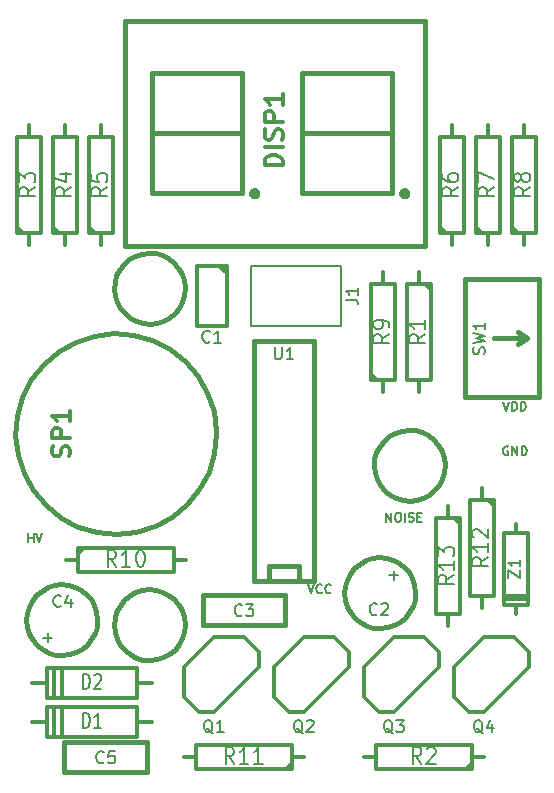
<source format=gto>
G04 (created by PCBNEW-RS274X (2011-05-25)-stable) date Sun 28 Jul 2013 21:18:55 BST*
G01*
G70*
G90*
%MOIN*%
G04 Gerber Fmt 3.4, Leading zero omitted, Abs format*
%FSLAX34Y34*%
G04 APERTURE LIST*
%ADD10C,0.006000*%
%ADD11C,0.015000*%
%ADD12C,0.012000*%
%ADD13C,0.008000*%
%ADD14C,0.007900*%
%ADD15C,0.007500*%
%ADD16C,0.005000*%
G04 APERTURE END LIST*
G54D10*
G54D11*
X16535Y-32086D02*
X16512Y-32315D01*
X16445Y-32536D01*
X16337Y-32739D01*
X16192Y-32918D01*
X16014Y-33065D01*
X15811Y-33174D01*
X15591Y-33242D01*
X15362Y-33266D01*
X15133Y-33246D01*
X14912Y-33181D01*
X14708Y-33074D01*
X14528Y-32929D01*
X14380Y-32753D01*
X14269Y-32551D01*
X14199Y-32331D01*
X14174Y-32102D01*
X14193Y-31873D01*
X14256Y-31652D01*
X14362Y-31447D01*
X14505Y-31266D01*
X14680Y-31117D01*
X14882Y-31004D01*
X15101Y-30933D01*
X15330Y-30906D01*
X15559Y-30923D01*
X15781Y-30985D01*
X15986Y-31089D01*
X16168Y-31231D01*
X16319Y-31406D01*
X16432Y-31606D01*
X16505Y-31825D01*
X16534Y-32054D01*
X16535Y-32086D01*
X25197Y-26771D02*
X25174Y-27000D01*
X25107Y-27221D01*
X24999Y-27424D01*
X24854Y-27603D01*
X24676Y-27750D01*
X24473Y-27859D01*
X24253Y-27927D01*
X24024Y-27951D01*
X23795Y-27931D01*
X23574Y-27866D01*
X23370Y-27759D01*
X23190Y-27614D01*
X23042Y-27438D01*
X22931Y-27236D01*
X22861Y-27016D01*
X22836Y-26787D01*
X22855Y-26558D01*
X22918Y-26337D01*
X23024Y-26132D01*
X23167Y-25951D01*
X23342Y-25802D01*
X23544Y-25689D01*
X23763Y-25618D01*
X23992Y-25591D01*
X24221Y-25608D01*
X24443Y-25670D01*
X24648Y-25774D01*
X24830Y-25916D01*
X24981Y-26091D01*
X25094Y-26291D01*
X25167Y-26510D01*
X25196Y-26739D01*
X25197Y-26771D01*
X16535Y-20866D02*
X16512Y-21095D01*
X16445Y-21316D01*
X16337Y-21519D01*
X16192Y-21698D01*
X16014Y-21845D01*
X15811Y-21954D01*
X15591Y-22022D01*
X15362Y-22046D01*
X15133Y-22026D01*
X14912Y-21961D01*
X14708Y-21854D01*
X14528Y-21709D01*
X14380Y-21533D01*
X14269Y-21331D01*
X14199Y-21111D01*
X14174Y-20882D01*
X14193Y-20653D01*
X14256Y-20432D01*
X14362Y-20227D01*
X14505Y-20046D01*
X14680Y-19897D01*
X14882Y-19784D01*
X15101Y-19713D01*
X15330Y-19686D01*
X15559Y-19703D01*
X15781Y-19765D01*
X15986Y-19869D01*
X16168Y-20011D01*
X16319Y-20186D01*
X16432Y-20386D01*
X16505Y-20605D01*
X16534Y-20834D01*
X16535Y-20866D01*
X26850Y-22520D02*
X27933Y-22520D01*
X27933Y-22520D02*
X27638Y-22717D01*
X27638Y-22717D02*
X27933Y-22520D01*
X27933Y-22520D02*
X27638Y-22323D01*
X27441Y-24489D02*
X28327Y-24489D01*
X28327Y-24489D02*
X28327Y-20551D01*
X28327Y-20551D02*
X25866Y-20551D01*
X25866Y-20551D02*
X25866Y-24489D01*
X25866Y-24489D02*
X27441Y-24489D01*
X24214Y-31017D02*
X24191Y-31246D01*
X24124Y-31467D01*
X24016Y-31670D01*
X23871Y-31849D01*
X23693Y-31996D01*
X23490Y-32105D01*
X23270Y-32173D01*
X23041Y-32197D01*
X22812Y-32177D01*
X22591Y-32112D01*
X22387Y-32005D01*
X22207Y-31860D01*
X22059Y-31684D01*
X21948Y-31482D01*
X21878Y-31262D01*
X21853Y-31033D01*
X21872Y-30804D01*
X21935Y-30583D01*
X22041Y-30378D01*
X22184Y-30197D01*
X22359Y-30048D01*
X22561Y-29935D01*
X22780Y-29864D01*
X23009Y-29837D01*
X23238Y-29854D01*
X23460Y-29916D01*
X23665Y-30020D01*
X23847Y-30162D01*
X23998Y-30337D01*
X24111Y-30537D01*
X24184Y-30756D01*
X24213Y-30985D01*
X24214Y-31017D01*
G54D12*
X26500Y-35000D02*
X28000Y-33500D01*
X28000Y-33500D02*
X28000Y-33000D01*
X28000Y-33000D02*
X27500Y-32500D01*
X27500Y-32500D02*
X26500Y-32500D01*
X26500Y-32500D02*
X25500Y-33500D01*
X25500Y-33500D02*
X25500Y-34500D01*
X25500Y-34500D02*
X26000Y-35000D01*
X26000Y-35000D02*
X26500Y-35000D01*
G54D11*
X23951Y-17701D02*
X23949Y-17720D01*
X23943Y-17739D01*
X23934Y-17756D01*
X23921Y-17771D01*
X23906Y-17783D01*
X23889Y-17793D01*
X23871Y-17798D01*
X23851Y-17800D01*
X23833Y-17799D01*
X23814Y-17793D01*
X23797Y-17784D01*
X23782Y-17772D01*
X23769Y-17757D01*
X23760Y-17740D01*
X23754Y-17721D01*
X23752Y-17702D01*
X23753Y-17683D01*
X23759Y-17665D01*
X23767Y-17647D01*
X23780Y-17632D01*
X23794Y-17619D01*
X23811Y-17610D01*
X23830Y-17604D01*
X23849Y-17602D01*
X23868Y-17603D01*
X23887Y-17608D01*
X23904Y-17617D01*
X23919Y-17629D01*
X23932Y-17644D01*
X23942Y-17661D01*
X23948Y-17679D01*
X23950Y-17699D01*
X23951Y-17701D01*
X18951Y-17701D02*
X18949Y-17720D01*
X18943Y-17739D01*
X18934Y-17756D01*
X18921Y-17771D01*
X18906Y-17783D01*
X18889Y-17793D01*
X18871Y-17798D01*
X18851Y-17800D01*
X18833Y-17799D01*
X18814Y-17793D01*
X18797Y-17784D01*
X18782Y-17772D01*
X18769Y-17757D01*
X18760Y-17740D01*
X18754Y-17721D01*
X18752Y-17702D01*
X18753Y-17683D01*
X18759Y-17665D01*
X18767Y-17647D01*
X18780Y-17632D01*
X18794Y-17619D01*
X18811Y-17610D01*
X18830Y-17604D01*
X18849Y-17602D01*
X18868Y-17603D01*
X18887Y-17608D01*
X18904Y-17617D01*
X18919Y-17629D01*
X18932Y-17644D01*
X18942Y-17661D01*
X18948Y-17679D01*
X18950Y-17699D01*
X18951Y-17701D01*
X20451Y-13701D02*
X23451Y-13701D01*
X23451Y-13701D02*
X23451Y-17701D01*
X23451Y-17701D02*
X20451Y-17701D01*
X20451Y-17701D02*
X20451Y-13701D01*
X20451Y-13701D02*
X20451Y-15701D01*
X20451Y-15701D02*
X23451Y-15701D01*
X15451Y-13701D02*
X18451Y-13701D01*
X18451Y-13701D02*
X18451Y-15701D01*
X18451Y-15701D02*
X18451Y-17701D01*
X18451Y-17701D02*
X15451Y-17701D01*
X15451Y-17701D02*
X15451Y-15701D01*
X15451Y-15701D02*
X15451Y-13701D01*
X15451Y-13701D02*
X15451Y-15701D01*
X15451Y-15701D02*
X18451Y-15701D01*
X14551Y-11951D02*
X24551Y-11951D01*
X24551Y-11951D02*
X24551Y-19451D01*
X24551Y-19451D02*
X14551Y-19451D01*
X14551Y-19451D02*
X14551Y-11951D01*
X18833Y-30617D02*
X18833Y-22617D01*
X20833Y-22617D02*
X20833Y-30617D01*
X20833Y-30617D02*
X18833Y-30617D01*
X19333Y-30617D02*
X19333Y-30117D01*
X19333Y-30117D02*
X20333Y-30117D01*
X20333Y-30117D02*
X20333Y-30617D01*
X18833Y-22617D02*
X20833Y-22617D01*
G54D13*
X21733Y-22117D02*
X18733Y-22117D01*
X18733Y-20117D02*
X21733Y-20117D01*
X21733Y-20117D02*
X21733Y-22117D01*
X18733Y-22117D02*
X18733Y-20117D01*
G54D12*
X23500Y-35000D02*
X25000Y-33500D01*
X25000Y-33500D02*
X25000Y-33000D01*
X25000Y-33000D02*
X24500Y-32500D01*
X24500Y-32500D02*
X23500Y-32500D01*
X23500Y-32500D02*
X22500Y-33500D01*
X22500Y-33500D02*
X22500Y-34500D01*
X22500Y-34500D02*
X23000Y-35000D01*
X23000Y-35000D02*
X23500Y-35000D01*
X20500Y-35000D02*
X22000Y-33500D01*
X22000Y-33500D02*
X22000Y-33000D01*
X22000Y-33000D02*
X21500Y-32500D01*
X21500Y-32500D02*
X20500Y-32500D01*
X20500Y-32500D02*
X19500Y-33500D01*
X19500Y-33500D02*
X19500Y-34500D01*
X19500Y-34500D02*
X20000Y-35000D01*
X20000Y-35000D02*
X20500Y-35000D01*
X17500Y-35000D02*
X19000Y-33500D01*
X19000Y-33500D02*
X19000Y-33000D01*
X19000Y-33000D02*
X18500Y-32500D01*
X18500Y-32500D02*
X17500Y-32500D01*
X17500Y-32500D02*
X16500Y-33500D01*
X16500Y-33500D02*
X16500Y-34500D01*
X16500Y-34500D02*
X17000Y-35000D01*
X17000Y-35000D02*
X17500Y-35000D01*
X27559Y-31716D02*
X27559Y-31416D01*
X27559Y-31416D02*
X27959Y-31416D01*
X27959Y-31416D02*
X27959Y-29016D01*
X27959Y-29016D02*
X27559Y-29016D01*
X27559Y-29016D02*
X27559Y-28716D01*
X27559Y-29016D02*
X27159Y-29016D01*
X27159Y-29016D02*
X27159Y-31416D01*
X27159Y-31416D02*
X27559Y-31416D01*
X27959Y-31216D02*
X27159Y-31216D01*
X27159Y-31116D02*
X27959Y-31116D01*
G54D11*
X13614Y-31917D02*
X13591Y-32146D01*
X13524Y-32367D01*
X13416Y-32570D01*
X13271Y-32749D01*
X13093Y-32896D01*
X12890Y-33005D01*
X12670Y-33073D01*
X12441Y-33097D01*
X12212Y-33077D01*
X11991Y-33012D01*
X11787Y-32905D01*
X11607Y-32760D01*
X11459Y-32584D01*
X11348Y-32382D01*
X11278Y-32162D01*
X11253Y-31933D01*
X11272Y-31704D01*
X11335Y-31483D01*
X11441Y-31278D01*
X11584Y-31097D01*
X11759Y-30948D01*
X11961Y-30835D01*
X12180Y-30764D01*
X12409Y-30737D01*
X12638Y-30754D01*
X12860Y-30816D01*
X13065Y-30920D01*
X13247Y-31062D01*
X13398Y-31237D01*
X13511Y-31437D01*
X13584Y-31656D01*
X13613Y-31885D01*
X13614Y-31917D01*
X17126Y-31102D02*
X19882Y-31102D01*
X19882Y-31102D02*
X19882Y-32086D01*
X19882Y-32086D02*
X17126Y-32086D01*
X17126Y-32086D02*
X17126Y-31102D01*
X15276Y-36988D02*
X12520Y-36988D01*
X12520Y-36988D02*
X12520Y-36004D01*
X12520Y-36004D02*
X15276Y-36004D01*
X15276Y-36004D02*
X15276Y-36988D01*
G54D12*
X17933Y-20137D02*
X17933Y-22117D01*
X17933Y-22117D02*
X16933Y-22117D01*
X16933Y-22117D02*
X16933Y-20117D01*
X16933Y-20117D02*
X17933Y-20117D01*
X17683Y-20117D02*
X17933Y-20367D01*
G54D11*
X17579Y-25717D02*
X17515Y-26366D01*
X17326Y-26992D01*
X17019Y-27568D01*
X16607Y-28074D01*
X16104Y-28490D01*
X15529Y-28801D01*
X14905Y-28994D01*
X14256Y-29062D01*
X13607Y-29003D01*
X12980Y-28819D01*
X12401Y-28516D01*
X11892Y-28107D01*
X11473Y-27607D01*
X11158Y-27035D01*
X10961Y-26412D01*
X10888Y-25763D01*
X10942Y-25113D01*
X11122Y-24486D01*
X11421Y-23905D01*
X11827Y-23393D01*
X12324Y-22970D01*
X12894Y-22651D01*
X13515Y-22450D01*
X14163Y-22372D01*
X14814Y-22422D01*
X15442Y-22598D01*
X16025Y-22892D01*
X16540Y-23294D01*
X16967Y-23789D01*
X17289Y-24357D01*
X17495Y-24976D01*
X17577Y-25624D01*
X17579Y-25717D01*
G54D12*
X14933Y-35817D02*
X11933Y-35817D01*
X11933Y-35817D02*
X11933Y-34817D01*
X11933Y-34817D02*
X14933Y-34817D01*
X14933Y-34817D02*
X14933Y-35817D01*
X12183Y-35817D02*
X12183Y-34817D01*
X12433Y-34817D02*
X12433Y-35817D01*
X14933Y-35317D02*
X15433Y-35317D01*
X11933Y-35317D02*
X11433Y-35317D01*
X14933Y-34517D02*
X11933Y-34517D01*
X11933Y-34517D02*
X11933Y-33517D01*
X11933Y-33517D02*
X14933Y-33517D01*
X14933Y-33517D02*
X14933Y-34517D01*
X12183Y-34517D02*
X12183Y-33517D01*
X12433Y-33517D02*
X12433Y-34517D01*
X14933Y-34017D02*
X15433Y-34017D01*
X11933Y-34017D02*
X11433Y-34017D01*
X24333Y-20317D02*
X24333Y-20717D01*
X24333Y-20717D02*
X24733Y-20717D01*
X24733Y-20717D02*
X24733Y-23917D01*
X24733Y-23917D02*
X23933Y-23917D01*
X23933Y-23917D02*
X23933Y-20717D01*
X23933Y-20717D02*
X24333Y-20717D01*
X24533Y-20717D02*
X24733Y-20917D01*
X24333Y-24317D02*
X24333Y-23917D01*
X26500Y-36500D02*
X26100Y-36500D01*
X26100Y-36500D02*
X26100Y-36900D01*
X26100Y-36900D02*
X22900Y-36900D01*
X22900Y-36900D02*
X22900Y-36100D01*
X22900Y-36100D02*
X26100Y-36100D01*
X26100Y-36100D02*
X26100Y-36500D01*
X26100Y-36700D02*
X25900Y-36900D01*
X22500Y-36500D02*
X22900Y-36500D01*
X11333Y-19417D02*
X11333Y-19017D01*
X11333Y-19017D02*
X10933Y-19017D01*
X10933Y-19017D02*
X10933Y-15817D01*
X10933Y-15817D02*
X11733Y-15817D01*
X11733Y-15817D02*
X11733Y-19017D01*
X11733Y-19017D02*
X11333Y-19017D01*
X11133Y-19017D02*
X10933Y-18817D01*
X11333Y-15417D02*
X11333Y-15817D01*
X12533Y-19417D02*
X12533Y-19017D01*
X12533Y-19017D02*
X12133Y-19017D01*
X12133Y-19017D02*
X12133Y-15817D01*
X12133Y-15817D02*
X12933Y-15817D01*
X12933Y-15817D02*
X12933Y-19017D01*
X12933Y-19017D02*
X12533Y-19017D01*
X12333Y-19017D02*
X12133Y-18817D01*
X12533Y-15417D02*
X12533Y-15817D01*
X13733Y-19417D02*
X13733Y-19017D01*
X13733Y-19017D02*
X13333Y-19017D01*
X13333Y-19017D02*
X13333Y-15817D01*
X13333Y-15817D02*
X14133Y-15817D01*
X14133Y-15817D02*
X14133Y-19017D01*
X14133Y-19017D02*
X13733Y-19017D01*
X13533Y-19017D02*
X13333Y-18817D01*
X13733Y-15417D02*
X13733Y-15817D01*
X25433Y-19417D02*
X25433Y-19017D01*
X25433Y-19017D02*
X25033Y-19017D01*
X25033Y-19017D02*
X25033Y-15817D01*
X25033Y-15817D02*
X25833Y-15817D01*
X25833Y-15817D02*
X25833Y-19017D01*
X25833Y-19017D02*
X25433Y-19017D01*
X25233Y-19017D02*
X25033Y-18817D01*
X25433Y-15417D02*
X25433Y-15817D01*
X26633Y-19417D02*
X26633Y-19017D01*
X26633Y-19017D02*
X26233Y-19017D01*
X26233Y-19017D02*
X26233Y-15817D01*
X26233Y-15817D02*
X27033Y-15817D01*
X27033Y-15817D02*
X27033Y-19017D01*
X27033Y-19017D02*
X26633Y-19017D01*
X26433Y-19017D02*
X26233Y-18817D01*
X26633Y-15417D02*
X26633Y-15817D01*
X27833Y-19417D02*
X27833Y-19017D01*
X27833Y-19017D02*
X27433Y-19017D01*
X27433Y-19017D02*
X27433Y-15817D01*
X27433Y-15817D02*
X28233Y-15817D01*
X28233Y-15817D02*
X28233Y-19017D01*
X28233Y-19017D02*
X27833Y-19017D01*
X27633Y-19017D02*
X27433Y-18817D01*
X27833Y-15417D02*
X27833Y-15817D01*
X23133Y-24317D02*
X23133Y-23917D01*
X23133Y-23917D02*
X22733Y-23917D01*
X22733Y-23917D02*
X22733Y-20717D01*
X22733Y-20717D02*
X23533Y-20717D01*
X23533Y-20717D02*
X23533Y-23917D01*
X23533Y-23917D02*
X23133Y-23917D01*
X22933Y-23917D02*
X22733Y-23717D01*
X23133Y-20317D02*
X23133Y-20717D01*
X12567Y-29921D02*
X12967Y-29921D01*
X12967Y-29921D02*
X12967Y-29521D01*
X12967Y-29521D02*
X16167Y-29521D01*
X16167Y-29521D02*
X16167Y-30321D01*
X16167Y-30321D02*
X12967Y-30321D01*
X12967Y-30321D02*
X12967Y-29921D01*
X12967Y-29721D02*
X13167Y-29521D01*
X16567Y-29921D02*
X16167Y-29921D01*
X20500Y-36500D02*
X20100Y-36500D01*
X20100Y-36500D02*
X20100Y-36900D01*
X20100Y-36900D02*
X16900Y-36900D01*
X16900Y-36900D02*
X16900Y-36100D01*
X16900Y-36100D02*
X20100Y-36100D01*
X20100Y-36100D02*
X20100Y-36500D01*
X20100Y-36700D02*
X19900Y-36900D01*
X16500Y-36500D02*
X16900Y-36500D01*
X26433Y-27517D02*
X26433Y-27917D01*
X26433Y-27917D02*
X26833Y-27917D01*
X26833Y-27917D02*
X26833Y-31117D01*
X26833Y-31117D02*
X26033Y-31117D01*
X26033Y-31117D02*
X26033Y-27917D01*
X26033Y-27917D02*
X26433Y-27917D01*
X26633Y-27917D02*
X26833Y-28117D01*
X26433Y-31517D02*
X26433Y-31117D01*
X25295Y-28118D02*
X25295Y-28518D01*
X25295Y-28518D02*
X25695Y-28518D01*
X25695Y-28518D02*
X25695Y-31718D01*
X25695Y-31718D02*
X24895Y-31718D01*
X24895Y-31718D02*
X24895Y-28518D01*
X24895Y-28518D02*
X25295Y-28518D01*
X25495Y-28518D02*
X25695Y-28718D01*
X25295Y-32118D02*
X25295Y-31718D01*
G54D14*
X26519Y-23064D02*
X26537Y-23008D01*
X26537Y-22914D01*
X26519Y-22876D01*
X26500Y-22858D01*
X26462Y-22839D01*
X26425Y-22839D01*
X26387Y-22858D01*
X26369Y-22876D01*
X26350Y-22914D01*
X26331Y-22989D01*
X26312Y-23026D01*
X26294Y-23045D01*
X26256Y-23064D01*
X26219Y-23064D01*
X26181Y-23045D01*
X26162Y-23026D01*
X26143Y-22989D01*
X26143Y-22895D01*
X26162Y-22839D01*
X26143Y-22708D02*
X26537Y-22614D01*
X26256Y-22539D01*
X26537Y-22464D01*
X26143Y-22370D01*
X26537Y-22014D02*
X26537Y-22239D01*
X26537Y-22126D02*
X26143Y-22126D01*
X26200Y-22164D01*
X26237Y-22201D01*
X26256Y-22239D01*
X22937Y-31726D02*
X22918Y-31745D01*
X22862Y-31763D01*
X22824Y-31763D01*
X22768Y-31745D01*
X22731Y-31707D01*
X22712Y-31670D01*
X22693Y-31595D01*
X22693Y-31538D01*
X22712Y-31463D01*
X22731Y-31426D01*
X22768Y-31388D01*
X22824Y-31369D01*
X22862Y-31369D01*
X22918Y-31388D01*
X22937Y-31407D01*
X23087Y-31407D02*
X23106Y-31388D01*
X23143Y-31369D01*
X23237Y-31369D01*
X23275Y-31388D01*
X23293Y-31407D01*
X23312Y-31445D01*
X23312Y-31482D01*
X23293Y-31538D01*
X23068Y-31763D01*
X23312Y-31763D01*
G54D15*
X23344Y-30432D02*
X23644Y-30432D01*
X23494Y-30582D02*
X23494Y-30282D01*
G54D13*
X26462Y-35700D02*
X26424Y-35681D01*
X26386Y-35643D01*
X26329Y-35586D01*
X26290Y-35567D01*
X26252Y-35567D01*
X26271Y-35662D02*
X26233Y-35643D01*
X26195Y-35605D01*
X26176Y-35529D01*
X26176Y-35395D01*
X26195Y-35319D01*
X26233Y-35281D01*
X26271Y-35262D01*
X26348Y-35262D01*
X26386Y-35281D01*
X26424Y-35319D01*
X26443Y-35395D01*
X26443Y-35529D01*
X26424Y-35605D01*
X26386Y-35643D01*
X26348Y-35662D01*
X26271Y-35662D01*
X26786Y-35395D02*
X26786Y-35662D01*
X26690Y-35243D02*
X26595Y-35529D01*
X26843Y-35529D01*
G54D12*
X19794Y-16772D02*
X19194Y-16772D01*
X19194Y-16629D01*
X19222Y-16544D01*
X19280Y-16486D01*
X19337Y-16458D01*
X19451Y-16429D01*
X19537Y-16429D01*
X19651Y-16458D01*
X19708Y-16486D01*
X19765Y-16544D01*
X19794Y-16629D01*
X19794Y-16772D01*
X19794Y-16172D02*
X19194Y-16172D01*
X19765Y-15915D02*
X19794Y-15829D01*
X19794Y-15686D01*
X19765Y-15629D01*
X19737Y-15600D01*
X19680Y-15572D01*
X19622Y-15572D01*
X19565Y-15600D01*
X19537Y-15629D01*
X19508Y-15686D01*
X19480Y-15800D01*
X19451Y-15858D01*
X19422Y-15886D01*
X19365Y-15915D01*
X19308Y-15915D01*
X19251Y-15886D01*
X19222Y-15858D01*
X19194Y-15800D01*
X19194Y-15658D01*
X19222Y-15572D01*
X19794Y-15315D02*
X19194Y-15315D01*
X19194Y-15087D01*
X19222Y-15029D01*
X19251Y-15001D01*
X19308Y-14972D01*
X19394Y-14972D01*
X19451Y-15001D01*
X19480Y-15029D01*
X19508Y-15087D01*
X19508Y-15315D01*
X19794Y-14401D02*
X19794Y-14744D01*
X19794Y-14572D02*
X19194Y-14572D01*
X19280Y-14629D01*
X19337Y-14687D01*
X19365Y-14744D01*
G54D14*
X19533Y-22839D02*
X19533Y-23158D01*
X19552Y-23196D01*
X19570Y-23215D01*
X19608Y-23233D01*
X19683Y-23233D01*
X19720Y-23215D01*
X19739Y-23196D01*
X19758Y-23158D01*
X19758Y-22839D01*
X20152Y-23233D02*
X19927Y-23233D01*
X20040Y-23233D02*
X20040Y-22839D01*
X20002Y-22896D01*
X19965Y-22933D01*
X19927Y-22952D01*
G54D13*
X21895Y-21250D02*
X22181Y-21250D01*
X22238Y-21270D01*
X22276Y-21308D01*
X22295Y-21365D01*
X22295Y-21403D01*
X22295Y-20850D02*
X22295Y-21079D01*
X22295Y-20965D02*
X21895Y-20965D01*
X21952Y-21003D01*
X21990Y-21041D01*
X22009Y-21079D01*
X23462Y-35700D02*
X23424Y-35681D01*
X23386Y-35643D01*
X23329Y-35586D01*
X23290Y-35567D01*
X23252Y-35567D01*
X23271Y-35662D02*
X23233Y-35643D01*
X23195Y-35605D01*
X23176Y-35529D01*
X23176Y-35395D01*
X23195Y-35319D01*
X23233Y-35281D01*
X23271Y-35262D01*
X23348Y-35262D01*
X23386Y-35281D01*
X23424Y-35319D01*
X23443Y-35395D01*
X23443Y-35529D01*
X23424Y-35605D01*
X23386Y-35643D01*
X23348Y-35662D01*
X23271Y-35662D01*
X23576Y-35262D02*
X23824Y-35262D01*
X23690Y-35414D01*
X23748Y-35414D01*
X23786Y-35433D01*
X23805Y-35452D01*
X23824Y-35490D01*
X23824Y-35586D01*
X23805Y-35624D01*
X23786Y-35643D01*
X23748Y-35662D01*
X23633Y-35662D01*
X23595Y-35643D01*
X23576Y-35624D01*
X20462Y-35700D02*
X20424Y-35681D01*
X20386Y-35643D01*
X20329Y-35586D01*
X20290Y-35567D01*
X20252Y-35567D01*
X20271Y-35662D02*
X20233Y-35643D01*
X20195Y-35605D01*
X20176Y-35529D01*
X20176Y-35395D01*
X20195Y-35319D01*
X20233Y-35281D01*
X20271Y-35262D01*
X20348Y-35262D01*
X20386Y-35281D01*
X20424Y-35319D01*
X20443Y-35395D01*
X20443Y-35529D01*
X20424Y-35605D01*
X20386Y-35643D01*
X20348Y-35662D01*
X20271Y-35662D01*
X20595Y-35300D02*
X20614Y-35281D01*
X20652Y-35262D01*
X20748Y-35262D01*
X20786Y-35281D01*
X20805Y-35300D01*
X20824Y-35338D01*
X20824Y-35376D01*
X20805Y-35433D01*
X20576Y-35662D01*
X20824Y-35662D01*
X17462Y-35700D02*
X17424Y-35681D01*
X17386Y-35643D01*
X17329Y-35586D01*
X17290Y-35567D01*
X17252Y-35567D01*
X17271Y-35662D02*
X17233Y-35643D01*
X17195Y-35605D01*
X17176Y-35529D01*
X17176Y-35395D01*
X17195Y-35319D01*
X17233Y-35281D01*
X17271Y-35262D01*
X17348Y-35262D01*
X17386Y-35281D01*
X17424Y-35319D01*
X17443Y-35395D01*
X17443Y-35529D01*
X17424Y-35605D01*
X17386Y-35643D01*
X17348Y-35662D01*
X17271Y-35662D01*
X17824Y-35662D02*
X17595Y-35662D01*
X17709Y-35662D02*
X17709Y-35262D01*
X17671Y-35319D01*
X17633Y-35357D01*
X17595Y-35376D01*
X27321Y-30540D02*
X27321Y-30273D01*
X27721Y-30540D01*
X27721Y-30273D01*
X27721Y-29911D02*
X27721Y-30140D01*
X27721Y-30026D02*
X27321Y-30026D01*
X27378Y-30064D01*
X27416Y-30102D01*
X27435Y-30140D01*
G54D14*
X12399Y-31452D02*
X12380Y-31471D01*
X12324Y-31489D01*
X12286Y-31489D01*
X12230Y-31471D01*
X12193Y-31433D01*
X12174Y-31396D01*
X12155Y-31321D01*
X12155Y-31264D01*
X12174Y-31189D01*
X12193Y-31152D01*
X12230Y-31114D01*
X12286Y-31095D01*
X12324Y-31095D01*
X12380Y-31114D01*
X12399Y-31133D01*
X12737Y-31227D02*
X12737Y-31489D01*
X12643Y-31077D02*
X12549Y-31358D01*
X12793Y-31358D01*
G54D15*
X11822Y-32520D02*
X12122Y-32520D01*
X11972Y-32670D02*
X11972Y-32370D01*
G54D13*
X18438Y-31758D02*
X18419Y-31777D01*
X18362Y-31796D01*
X18324Y-31796D01*
X18266Y-31777D01*
X18228Y-31739D01*
X18209Y-31701D01*
X18190Y-31624D01*
X18190Y-31567D01*
X18209Y-31491D01*
X18228Y-31453D01*
X18266Y-31415D01*
X18324Y-31396D01*
X18362Y-31396D01*
X18419Y-31415D01*
X18438Y-31434D01*
X18571Y-31396D02*
X18819Y-31396D01*
X18685Y-31548D01*
X18743Y-31548D01*
X18781Y-31567D01*
X18800Y-31586D01*
X18819Y-31624D01*
X18819Y-31720D01*
X18800Y-31758D01*
X18781Y-31777D01*
X18743Y-31796D01*
X18628Y-31796D01*
X18590Y-31777D01*
X18571Y-31758D01*
X13832Y-36660D02*
X13813Y-36679D01*
X13756Y-36698D01*
X13718Y-36698D01*
X13660Y-36679D01*
X13622Y-36641D01*
X13603Y-36603D01*
X13584Y-36526D01*
X13584Y-36469D01*
X13603Y-36393D01*
X13622Y-36355D01*
X13660Y-36317D01*
X13718Y-36298D01*
X13756Y-36298D01*
X13813Y-36317D01*
X13832Y-36336D01*
X14194Y-36298D02*
X14003Y-36298D01*
X13984Y-36488D01*
X14003Y-36469D01*
X14041Y-36450D01*
X14137Y-36450D01*
X14175Y-36469D01*
X14194Y-36488D01*
X14213Y-36526D01*
X14213Y-36622D01*
X14194Y-36660D01*
X14175Y-36679D01*
X14137Y-36698D01*
X14041Y-36698D01*
X14003Y-36679D01*
X13984Y-36660D01*
G54D16*
X20640Y-30741D02*
X20738Y-31036D01*
X20837Y-30741D01*
X21104Y-31008D02*
X21090Y-31022D01*
X21048Y-31036D01*
X21020Y-31036D01*
X20977Y-31022D01*
X20949Y-30994D01*
X20935Y-30966D01*
X20921Y-30909D01*
X20921Y-30867D01*
X20935Y-30811D01*
X20949Y-30783D01*
X20977Y-30755D01*
X21020Y-30741D01*
X21048Y-30741D01*
X21090Y-30755D01*
X21104Y-30769D01*
X21399Y-31008D02*
X21385Y-31022D01*
X21343Y-31036D01*
X21315Y-31036D01*
X21272Y-31022D01*
X21244Y-30994D01*
X21230Y-30966D01*
X21216Y-30909D01*
X21216Y-30867D01*
X21230Y-30811D01*
X21244Y-30783D01*
X21272Y-30755D01*
X21315Y-30741D01*
X21343Y-30741D01*
X21385Y-30755D01*
X21399Y-30769D01*
X27140Y-24652D02*
X27238Y-24947D01*
X27337Y-24652D01*
X27435Y-24947D02*
X27435Y-24652D01*
X27505Y-24652D01*
X27548Y-24666D01*
X27576Y-24694D01*
X27590Y-24722D01*
X27604Y-24778D01*
X27604Y-24820D01*
X27590Y-24877D01*
X27576Y-24905D01*
X27548Y-24933D01*
X27505Y-24947D01*
X27435Y-24947D01*
X27730Y-24947D02*
X27730Y-24652D01*
X27800Y-24652D01*
X27843Y-24666D01*
X27871Y-24694D01*
X27885Y-24722D01*
X27899Y-24778D01*
X27899Y-24820D01*
X27885Y-24877D01*
X27871Y-24905D01*
X27843Y-24933D01*
X27800Y-24947D01*
X27730Y-24947D01*
X23250Y-28647D02*
X23250Y-28352D01*
X23419Y-28647D01*
X23419Y-28352D01*
X23615Y-28352D02*
X23672Y-28352D01*
X23700Y-28366D01*
X23728Y-28394D01*
X23742Y-28450D01*
X23742Y-28549D01*
X23728Y-28605D01*
X23700Y-28633D01*
X23672Y-28647D01*
X23615Y-28647D01*
X23587Y-28633D01*
X23559Y-28605D01*
X23545Y-28549D01*
X23545Y-28450D01*
X23559Y-28394D01*
X23587Y-28366D01*
X23615Y-28352D01*
X23868Y-28647D02*
X23868Y-28352D01*
X23994Y-28633D02*
X24036Y-28647D01*
X24107Y-28647D01*
X24135Y-28633D01*
X24149Y-28619D01*
X24163Y-28591D01*
X24163Y-28563D01*
X24149Y-28535D01*
X24135Y-28520D01*
X24107Y-28506D01*
X24050Y-28492D01*
X24022Y-28478D01*
X24008Y-28464D01*
X23994Y-28436D01*
X23994Y-28408D01*
X24008Y-28380D01*
X24022Y-28366D01*
X24050Y-28352D01*
X24121Y-28352D01*
X24163Y-28366D01*
X24289Y-28492D02*
X24388Y-28492D01*
X24430Y-28647D02*
X24289Y-28647D01*
X24289Y-28352D01*
X24430Y-28352D01*
X27309Y-26155D02*
X27281Y-26141D01*
X27239Y-26141D01*
X27196Y-26155D01*
X27168Y-26183D01*
X27154Y-26211D01*
X27140Y-26267D01*
X27140Y-26309D01*
X27154Y-26366D01*
X27168Y-26394D01*
X27196Y-26422D01*
X27239Y-26436D01*
X27267Y-26436D01*
X27309Y-26422D01*
X27323Y-26408D01*
X27323Y-26309D01*
X27267Y-26309D01*
X27449Y-26436D02*
X27449Y-26141D01*
X27618Y-26436D01*
X27618Y-26141D01*
X27758Y-26436D02*
X27758Y-26141D01*
X27828Y-26141D01*
X27871Y-26155D01*
X27899Y-26183D01*
X27913Y-26211D01*
X27927Y-26267D01*
X27927Y-26309D01*
X27913Y-26366D01*
X27899Y-26394D01*
X27871Y-26422D01*
X27828Y-26436D01*
X27758Y-26436D01*
X11322Y-29336D02*
X11322Y-29041D01*
X11322Y-29181D02*
X11491Y-29181D01*
X11491Y-29336D02*
X11491Y-29041D01*
X11589Y-29041D02*
X11687Y-29336D01*
X11786Y-29041D01*
G54D13*
X17367Y-22641D02*
X17348Y-22660D01*
X17291Y-22679D01*
X17253Y-22679D01*
X17195Y-22660D01*
X17157Y-22622D01*
X17138Y-22584D01*
X17119Y-22507D01*
X17119Y-22450D01*
X17138Y-22374D01*
X17157Y-22336D01*
X17195Y-22298D01*
X17253Y-22279D01*
X17291Y-22279D01*
X17348Y-22298D01*
X17367Y-22317D01*
X17748Y-22679D02*
X17519Y-22679D01*
X17633Y-22679D02*
X17633Y-22279D01*
X17595Y-22336D01*
X17557Y-22374D01*
X17519Y-22393D01*
G54D12*
X12675Y-26474D02*
X12704Y-26388D01*
X12704Y-26245D01*
X12675Y-26188D01*
X12647Y-26159D01*
X12590Y-26131D01*
X12532Y-26131D01*
X12475Y-26159D01*
X12447Y-26188D01*
X12418Y-26245D01*
X12390Y-26359D01*
X12361Y-26417D01*
X12332Y-26445D01*
X12275Y-26474D01*
X12218Y-26474D01*
X12161Y-26445D01*
X12132Y-26417D01*
X12104Y-26359D01*
X12104Y-26217D01*
X12132Y-26131D01*
X12704Y-25874D02*
X12104Y-25874D01*
X12104Y-25646D01*
X12132Y-25588D01*
X12161Y-25560D01*
X12218Y-25531D01*
X12304Y-25531D01*
X12361Y-25560D01*
X12390Y-25588D01*
X12418Y-25646D01*
X12418Y-25874D01*
X12704Y-24960D02*
X12704Y-25303D01*
X12704Y-25131D02*
X12104Y-25131D01*
X12190Y-25188D01*
X12247Y-25246D01*
X12275Y-25303D01*
G54D13*
X13138Y-35519D02*
X13138Y-35019D01*
X13233Y-35019D01*
X13291Y-35043D01*
X13329Y-35091D01*
X13348Y-35138D01*
X13367Y-35234D01*
X13367Y-35305D01*
X13348Y-35400D01*
X13329Y-35448D01*
X13291Y-35496D01*
X13233Y-35519D01*
X13138Y-35519D01*
X13748Y-35519D02*
X13519Y-35519D01*
X13633Y-35519D02*
X13633Y-35019D01*
X13595Y-35091D01*
X13557Y-35138D01*
X13519Y-35162D01*
X13138Y-34219D02*
X13138Y-33719D01*
X13233Y-33719D01*
X13291Y-33743D01*
X13329Y-33791D01*
X13348Y-33838D01*
X13367Y-33934D01*
X13367Y-34005D01*
X13348Y-34100D01*
X13329Y-34148D01*
X13291Y-34196D01*
X13233Y-34219D01*
X13138Y-34219D01*
X13519Y-33767D02*
X13538Y-33743D01*
X13576Y-33719D01*
X13672Y-33719D01*
X13710Y-33743D01*
X13729Y-33767D01*
X13748Y-33815D01*
X13748Y-33862D01*
X13729Y-33934D01*
X13500Y-34219D01*
X13748Y-34219D01*
X24556Y-22400D02*
X24294Y-22567D01*
X24556Y-22686D02*
X24006Y-22686D01*
X24006Y-22495D01*
X24032Y-22448D01*
X24058Y-22424D01*
X24110Y-22400D01*
X24189Y-22400D01*
X24241Y-22424D01*
X24268Y-22448D01*
X24294Y-22495D01*
X24294Y-22686D01*
X24556Y-21924D02*
X24556Y-22210D01*
X24556Y-22067D02*
X24006Y-22067D01*
X24084Y-22115D01*
X24137Y-22162D01*
X24163Y-22210D01*
X24417Y-36723D02*
X24250Y-36461D01*
X24131Y-36723D02*
X24131Y-36173D01*
X24322Y-36173D01*
X24369Y-36199D01*
X24393Y-36225D01*
X24417Y-36277D01*
X24417Y-36356D01*
X24393Y-36408D01*
X24369Y-36435D01*
X24322Y-36461D01*
X24131Y-36461D01*
X24607Y-36225D02*
X24631Y-36199D01*
X24679Y-36173D01*
X24798Y-36173D01*
X24845Y-36199D01*
X24869Y-36225D01*
X24893Y-36277D01*
X24893Y-36330D01*
X24869Y-36408D01*
X24583Y-36723D01*
X24893Y-36723D01*
X11556Y-17500D02*
X11294Y-17667D01*
X11556Y-17786D02*
X11006Y-17786D01*
X11006Y-17595D01*
X11032Y-17548D01*
X11058Y-17524D01*
X11110Y-17500D01*
X11189Y-17500D01*
X11241Y-17524D01*
X11268Y-17548D01*
X11294Y-17595D01*
X11294Y-17786D01*
X11006Y-17334D02*
X11006Y-17024D01*
X11215Y-17191D01*
X11215Y-17119D01*
X11241Y-17072D01*
X11268Y-17048D01*
X11320Y-17024D01*
X11451Y-17024D01*
X11503Y-17048D01*
X11529Y-17072D01*
X11556Y-17119D01*
X11556Y-17262D01*
X11529Y-17310D01*
X11503Y-17334D01*
X12756Y-17500D02*
X12494Y-17667D01*
X12756Y-17786D02*
X12206Y-17786D01*
X12206Y-17595D01*
X12232Y-17548D01*
X12258Y-17524D01*
X12310Y-17500D01*
X12389Y-17500D01*
X12441Y-17524D01*
X12468Y-17548D01*
X12494Y-17595D01*
X12494Y-17786D01*
X12389Y-17072D02*
X12756Y-17072D01*
X12179Y-17191D02*
X12572Y-17310D01*
X12572Y-17000D01*
X13956Y-17500D02*
X13694Y-17667D01*
X13956Y-17786D02*
X13406Y-17786D01*
X13406Y-17595D01*
X13432Y-17548D01*
X13458Y-17524D01*
X13510Y-17500D01*
X13589Y-17500D01*
X13641Y-17524D01*
X13668Y-17548D01*
X13694Y-17595D01*
X13694Y-17786D01*
X13406Y-17048D02*
X13406Y-17286D01*
X13668Y-17310D01*
X13641Y-17286D01*
X13615Y-17238D01*
X13615Y-17119D01*
X13641Y-17072D01*
X13668Y-17048D01*
X13720Y-17024D01*
X13851Y-17024D01*
X13903Y-17048D01*
X13929Y-17072D01*
X13956Y-17119D01*
X13956Y-17238D01*
X13929Y-17286D01*
X13903Y-17310D01*
X25656Y-17500D02*
X25394Y-17667D01*
X25656Y-17786D02*
X25106Y-17786D01*
X25106Y-17595D01*
X25132Y-17548D01*
X25158Y-17524D01*
X25210Y-17500D01*
X25289Y-17500D01*
X25341Y-17524D01*
X25368Y-17548D01*
X25394Y-17595D01*
X25394Y-17786D01*
X25106Y-17072D02*
X25106Y-17167D01*
X25132Y-17215D01*
X25158Y-17238D01*
X25237Y-17286D01*
X25341Y-17310D01*
X25551Y-17310D01*
X25603Y-17286D01*
X25629Y-17262D01*
X25656Y-17215D01*
X25656Y-17119D01*
X25629Y-17072D01*
X25603Y-17048D01*
X25551Y-17024D01*
X25420Y-17024D01*
X25368Y-17048D01*
X25341Y-17072D01*
X25315Y-17119D01*
X25315Y-17215D01*
X25341Y-17262D01*
X25368Y-17286D01*
X25420Y-17310D01*
X26856Y-17500D02*
X26594Y-17667D01*
X26856Y-17786D02*
X26306Y-17786D01*
X26306Y-17595D01*
X26332Y-17548D01*
X26358Y-17524D01*
X26410Y-17500D01*
X26489Y-17500D01*
X26541Y-17524D01*
X26568Y-17548D01*
X26594Y-17595D01*
X26594Y-17786D01*
X26306Y-17334D02*
X26306Y-17000D01*
X26856Y-17215D01*
X28056Y-17500D02*
X27794Y-17667D01*
X28056Y-17786D02*
X27506Y-17786D01*
X27506Y-17595D01*
X27532Y-17548D01*
X27558Y-17524D01*
X27610Y-17500D01*
X27689Y-17500D01*
X27741Y-17524D01*
X27768Y-17548D01*
X27794Y-17595D01*
X27794Y-17786D01*
X27741Y-17215D02*
X27715Y-17262D01*
X27689Y-17286D01*
X27637Y-17310D01*
X27610Y-17310D01*
X27558Y-17286D01*
X27532Y-17262D01*
X27506Y-17215D01*
X27506Y-17119D01*
X27532Y-17072D01*
X27558Y-17048D01*
X27610Y-17024D01*
X27637Y-17024D01*
X27689Y-17048D01*
X27715Y-17072D01*
X27741Y-17119D01*
X27741Y-17215D01*
X27768Y-17262D01*
X27794Y-17286D01*
X27846Y-17310D01*
X27951Y-17310D01*
X28003Y-17286D01*
X28029Y-17262D01*
X28056Y-17215D01*
X28056Y-17119D01*
X28029Y-17072D01*
X28003Y-17048D01*
X27951Y-17024D01*
X27846Y-17024D01*
X27794Y-17048D01*
X27768Y-17072D01*
X27741Y-17119D01*
X23356Y-22400D02*
X23094Y-22567D01*
X23356Y-22686D02*
X22806Y-22686D01*
X22806Y-22495D01*
X22832Y-22448D01*
X22858Y-22424D01*
X22910Y-22400D01*
X22989Y-22400D01*
X23041Y-22424D01*
X23068Y-22448D01*
X23094Y-22495D01*
X23094Y-22686D01*
X23356Y-22162D02*
X23356Y-22067D01*
X23329Y-22019D01*
X23303Y-21995D01*
X23225Y-21948D01*
X23120Y-21924D01*
X22910Y-21924D01*
X22858Y-21948D01*
X22832Y-21972D01*
X22806Y-22019D01*
X22806Y-22115D01*
X22832Y-22162D01*
X22858Y-22186D01*
X22910Y-22210D01*
X23041Y-22210D01*
X23094Y-22186D01*
X23120Y-22162D01*
X23146Y-22115D01*
X23146Y-22019D01*
X23120Y-21972D01*
X23094Y-21948D01*
X23041Y-21924D01*
X14246Y-30144D02*
X14079Y-29882D01*
X13960Y-30144D02*
X13960Y-29594D01*
X14151Y-29594D01*
X14198Y-29620D01*
X14222Y-29646D01*
X14246Y-29698D01*
X14246Y-29777D01*
X14222Y-29829D01*
X14198Y-29856D01*
X14151Y-29882D01*
X13960Y-29882D01*
X14722Y-30144D02*
X14436Y-30144D01*
X14579Y-30144D02*
X14579Y-29594D01*
X14531Y-29672D01*
X14484Y-29725D01*
X14436Y-29751D01*
X15031Y-29594D02*
X15079Y-29594D01*
X15127Y-29620D01*
X15150Y-29646D01*
X15174Y-29698D01*
X15198Y-29803D01*
X15198Y-29934D01*
X15174Y-30039D01*
X15150Y-30091D01*
X15127Y-30117D01*
X15079Y-30144D01*
X15031Y-30144D01*
X14984Y-30117D01*
X14960Y-30091D01*
X14936Y-30039D01*
X14912Y-29934D01*
X14912Y-29803D01*
X14936Y-29698D01*
X14960Y-29646D01*
X14984Y-29620D01*
X15031Y-29594D01*
X18179Y-36723D02*
X18012Y-36461D01*
X17893Y-36723D02*
X17893Y-36173D01*
X18084Y-36173D01*
X18131Y-36199D01*
X18155Y-36225D01*
X18179Y-36277D01*
X18179Y-36356D01*
X18155Y-36408D01*
X18131Y-36435D01*
X18084Y-36461D01*
X17893Y-36461D01*
X18655Y-36723D02*
X18369Y-36723D01*
X18512Y-36723D02*
X18512Y-36173D01*
X18464Y-36251D01*
X18417Y-36304D01*
X18369Y-36330D01*
X19131Y-36723D02*
X18845Y-36723D01*
X18988Y-36723D02*
X18988Y-36173D01*
X18940Y-36251D01*
X18893Y-36304D01*
X18845Y-36330D01*
X26656Y-29838D02*
X26394Y-30005D01*
X26656Y-30124D02*
X26106Y-30124D01*
X26106Y-29933D01*
X26132Y-29886D01*
X26158Y-29862D01*
X26210Y-29838D01*
X26289Y-29838D01*
X26341Y-29862D01*
X26368Y-29886D01*
X26394Y-29933D01*
X26394Y-30124D01*
X26656Y-29362D02*
X26656Y-29648D01*
X26656Y-29505D02*
X26106Y-29505D01*
X26184Y-29553D01*
X26237Y-29600D01*
X26263Y-29648D01*
X26158Y-29172D02*
X26132Y-29148D01*
X26106Y-29100D01*
X26106Y-28981D01*
X26132Y-28934D01*
X26158Y-28910D01*
X26210Y-28886D01*
X26263Y-28886D01*
X26341Y-28910D01*
X26656Y-29196D01*
X26656Y-28886D01*
X25518Y-30439D02*
X25256Y-30606D01*
X25518Y-30725D02*
X24968Y-30725D01*
X24968Y-30534D01*
X24994Y-30487D01*
X25020Y-30463D01*
X25072Y-30439D01*
X25151Y-30439D01*
X25203Y-30463D01*
X25230Y-30487D01*
X25256Y-30534D01*
X25256Y-30725D01*
X25518Y-29963D02*
X25518Y-30249D01*
X25518Y-30106D02*
X24968Y-30106D01*
X25046Y-30154D01*
X25099Y-30201D01*
X25125Y-30249D01*
X24968Y-29797D02*
X24968Y-29487D01*
X25177Y-29654D01*
X25177Y-29582D01*
X25203Y-29535D01*
X25230Y-29511D01*
X25282Y-29487D01*
X25413Y-29487D01*
X25465Y-29511D01*
X25491Y-29535D01*
X25518Y-29582D01*
X25518Y-29725D01*
X25491Y-29773D01*
X25465Y-29797D01*
M02*

</source>
